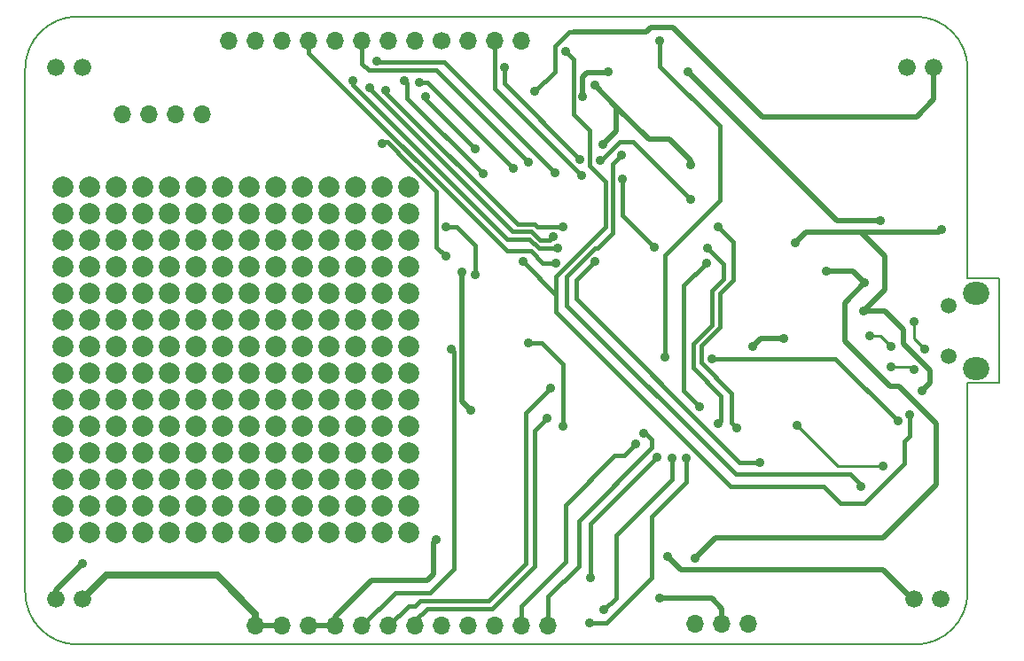
<source format=gbr>
G04 #@! TF.FileFunction,Copper,L2,Bot,Signal*
%FSLAX46Y46*%
G04 Gerber Fmt 4.6, Leading zero omitted, Abs format (unit mm)*
G04 Created by KiCad (PCBNEW 4.0.7) date 09/27/17 05:37:22*
%MOMM*%
%LPD*%
G01*
G04 APERTURE LIST*
%ADD10C,0.100000*%
%ADD11C,0.150000*%
%ADD12O,1.700000X1.700000*%
%ADD13C,1.700000*%
%ADD14C,1.500000*%
%ADD15O,2.500000X2.200000*%
%ADD16C,1.676400*%
%ADD17C,2.000000*%
%ADD18C,0.910000*%
%ADD19C,0.381000*%
%ADD20C,0.508000*%
%ADD21C,0.635000*%
%ADD22C,0.250000*%
G04 APERTURE END LIST*
D10*
D11*
X65000000Y-112500000D02*
X65000000Y-82500000D01*
X155000000Y-77500000D02*
X155000000Y-87500000D01*
X65000000Y-122500000D02*
X65000000Y-112500000D01*
X65000000Y-72500000D02*
X65000000Y-82500000D01*
X158000000Y-102500000D02*
X155000000Y-102500000D01*
X158000000Y-92500000D02*
X158000000Y-102500000D01*
X155000000Y-92500000D02*
X158000000Y-92500000D01*
X150000000Y-67500000D02*
X70000000Y-67500000D01*
X155000000Y-77500000D02*
X155000000Y-72500000D01*
X155000000Y-122500000D02*
X155000000Y-102500000D01*
X70000000Y-127500000D02*
X150000000Y-127500000D01*
X155000000Y-72500000D02*
G75*
G03X150000000Y-67500000I-5000000J0D01*
G01*
X150000000Y-127500000D02*
G75*
G03X155000000Y-122500000I0J5000000D01*
G01*
X65000000Y-122500000D02*
G75*
G03X70000000Y-127500000I5000000J0D01*
G01*
X70000000Y-67500000D02*
G75*
G03X65000000Y-72500000I0J-5000000D01*
G01*
X155000000Y-92500000D02*
X155000000Y-87500000D01*
D12*
X79375000Y-76835000D03*
X81915000Y-76835000D03*
X86995000Y-125730000D03*
X89535000Y-125730000D03*
X74295000Y-76835000D03*
X76835000Y-76835000D03*
X92075000Y-125730000D03*
X94615000Y-125730000D03*
X99695000Y-69850000D03*
X102235000Y-69850000D03*
X97155000Y-69850000D03*
X94615000Y-69850000D03*
X92075000Y-69850000D03*
X89535000Y-69850000D03*
X86995000Y-69850000D03*
X84455000Y-69850000D03*
D13*
X104775000Y-69850000D03*
D12*
X112395000Y-69850000D03*
X109855000Y-69850000D03*
X107315000Y-69850000D03*
X102235000Y-125730000D03*
X99695000Y-125730000D03*
X97155000Y-125730000D03*
X109855000Y-125730000D03*
X107315000Y-125730000D03*
X104775000Y-125730000D03*
X114935000Y-125730000D03*
X112395000Y-125730000D03*
X129000000Y-125500000D03*
X131540000Y-125500000D03*
X134080000Y-125500000D03*
D14*
X153162000Y-99961000D03*
D15*
X155812000Y-101161000D03*
D14*
X153162000Y-95111000D03*
D15*
X155812000Y-93911000D03*
D16*
X67945000Y-72390000D03*
X70485000Y-72390000D03*
X70485000Y-123190000D03*
X67945000Y-123190000D03*
X151765000Y-72390000D03*
X149225000Y-72390000D03*
X149860000Y-123190000D03*
X152400000Y-123190000D03*
D17*
X68580000Y-83820000D03*
X68580000Y-86360000D03*
X68580000Y-88900000D03*
X68580000Y-91440000D03*
X68580000Y-93980000D03*
X68580000Y-96520000D03*
X68580000Y-99060000D03*
X68580000Y-101600000D03*
X68580000Y-104140000D03*
X68580000Y-106680000D03*
X68580000Y-109220000D03*
X68580000Y-111760000D03*
X68580000Y-114300000D03*
X68580000Y-116840000D03*
X71120000Y-83820000D03*
X71120000Y-86360000D03*
X71120000Y-88900000D03*
X71120000Y-91440000D03*
X71120000Y-93980000D03*
X71120000Y-96520000D03*
X71120000Y-99060000D03*
X71120000Y-101600000D03*
X71120000Y-104140000D03*
X71120000Y-106680000D03*
X71120000Y-109220000D03*
X71120000Y-111760000D03*
X71120000Y-114300000D03*
X71120000Y-116840000D03*
X73660000Y-83820000D03*
X73660000Y-86360000D03*
X73660000Y-88900000D03*
X73660000Y-91440000D03*
X73660000Y-93980000D03*
X73660000Y-96520000D03*
X73660000Y-99060000D03*
X73660000Y-101600000D03*
X73660000Y-104140000D03*
X73660000Y-106680000D03*
X73660000Y-109220000D03*
X73660000Y-111760000D03*
X73660000Y-114300000D03*
X73660000Y-116840000D03*
X78740000Y-83820000D03*
X78740000Y-86360000D03*
X78740000Y-88900000D03*
X78740000Y-91440000D03*
X78740000Y-93980000D03*
X78740000Y-96520000D03*
X78740000Y-99060000D03*
X78740000Y-101600000D03*
X78740000Y-104140000D03*
X78740000Y-106680000D03*
X78740000Y-109220000D03*
X78740000Y-111760000D03*
X78740000Y-114300000D03*
X78740000Y-116840000D03*
X96520000Y-83820000D03*
X96520000Y-86360000D03*
X96520000Y-88900000D03*
X96520000Y-91440000D03*
X96520000Y-93980000D03*
X96520000Y-96520000D03*
X96520000Y-99060000D03*
X96520000Y-101600000D03*
X96520000Y-104140000D03*
X96520000Y-106680000D03*
X96520000Y-109220000D03*
X96520000Y-111760000D03*
X96520000Y-114300000D03*
X96520000Y-116840000D03*
X99060000Y-83820000D03*
X99060000Y-86360000D03*
X99060000Y-88900000D03*
X99060000Y-91440000D03*
X99060000Y-93980000D03*
X99060000Y-96520000D03*
X99060000Y-99060000D03*
X99060000Y-101600000D03*
X99060000Y-104140000D03*
X99060000Y-106680000D03*
X99060000Y-109220000D03*
X99060000Y-111760000D03*
X99060000Y-114300000D03*
X99060000Y-116840000D03*
X101600000Y-83820000D03*
X101600000Y-86360000D03*
X101600000Y-88900000D03*
X101600000Y-91440000D03*
X101600000Y-93980000D03*
X101600000Y-96520000D03*
X101600000Y-99060000D03*
X101600000Y-101600000D03*
X101600000Y-104140000D03*
X101600000Y-106680000D03*
X101600000Y-109220000D03*
X101600000Y-111760000D03*
X101600000Y-114300000D03*
X101600000Y-116840000D03*
X88900000Y-83820000D03*
X88900000Y-86360000D03*
X88900000Y-88900000D03*
X88900000Y-91440000D03*
X88900000Y-93980000D03*
X88900000Y-96520000D03*
X88900000Y-99060000D03*
X88900000Y-101600000D03*
X88900000Y-104140000D03*
X88900000Y-106680000D03*
X88900000Y-109220000D03*
X88900000Y-111760000D03*
X88900000Y-114300000D03*
X88900000Y-116840000D03*
X91440000Y-83820000D03*
X91440000Y-86360000D03*
X91440000Y-88900000D03*
X91440000Y-91440000D03*
X91440000Y-93980000D03*
X91440000Y-96520000D03*
X91440000Y-99060000D03*
X91440000Y-101600000D03*
X91440000Y-104140000D03*
X91440000Y-106680000D03*
X91440000Y-109220000D03*
X91440000Y-111760000D03*
X91440000Y-114300000D03*
X91440000Y-116840000D03*
X76200000Y-83820000D03*
X76200000Y-86360000D03*
X76200000Y-88900000D03*
X76200000Y-91440000D03*
X76200000Y-93980000D03*
X76200000Y-96520000D03*
X76200000Y-99060000D03*
X76200000Y-101600000D03*
X76200000Y-104140000D03*
X76200000Y-106680000D03*
X76200000Y-109220000D03*
X76200000Y-111760000D03*
X76200000Y-114300000D03*
X76200000Y-116840000D03*
X93980000Y-83820000D03*
X93980000Y-86360000D03*
X93980000Y-88900000D03*
X93980000Y-91440000D03*
X93980000Y-93980000D03*
X93980000Y-96520000D03*
X93980000Y-99060000D03*
X93980000Y-101600000D03*
X93980000Y-104140000D03*
X93980000Y-106680000D03*
X93980000Y-109220000D03*
X93980000Y-111760000D03*
X93980000Y-114300000D03*
X93980000Y-116840000D03*
X81280000Y-83820000D03*
X81280000Y-86360000D03*
X81280000Y-88900000D03*
X81280000Y-91440000D03*
X81280000Y-93980000D03*
X81280000Y-96520000D03*
X81280000Y-99060000D03*
X81280000Y-101600000D03*
X81280000Y-104140000D03*
X81280000Y-106680000D03*
X81280000Y-109220000D03*
X81280000Y-111760000D03*
X81280000Y-114300000D03*
X81280000Y-116840000D03*
X83820000Y-83820000D03*
X83820000Y-86360000D03*
X83820000Y-88900000D03*
X83820000Y-91440000D03*
X83820000Y-93980000D03*
X83820000Y-96520000D03*
X83820000Y-99060000D03*
X83820000Y-101600000D03*
X83820000Y-104140000D03*
X83820000Y-106680000D03*
X83820000Y-109220000D03*
X83820000Y-111760000D03*
X83820000Y-114300000D03*
X83820000Y-116840000D03*
X86360000Y-83820000D03*
X86360000Y-86360000D03*
X86360000Y-88900000D03*
X86360000Y-91440000D03*
X86360000Y-93980000D03*
X86360000Y-96520000D03*
X86360000Y-99060000D03*
X86360000Y-101600000D03*
X86360000Y-104140000D03*
X86360000Y-106680000D03*
X86360000Y-109220000D03*
X86360000Y-111760000D03*
X86360000Y-114300000D03*
X86360000Y-116840000D03*
D18*
X120650000Y-72771000D03*
X118237000Y-75184000D03*
X134493000Y-99060000D03*
X137414000Y-98298000D03*
X128270000Y-72771000D03*
X146685000Y-86995000D03*
X125603000Y-123063000D03*
X104267000Y-117475000D03*
X120142000Y-79756000D03*
X128524000Y-81661000D03*
X152527000Y-87884000D03*
X138557000Y-89154000D03*
X145034000Y-95631000D03*
X150622000Y-103251000D03*
X119380000Y-74041000D03*
X129000000Y-119250000D03*
X141478000Y-91821000D03*
X145161000Y-92964000D03*
X150876000Y-99314000D03*
X149860000Y-96647000D03*
X149860000Y-101219000D03*
X147701000Y-100965000D03*
X121920000Y-80772000D03*
X144780000Y-112395000D03*
X70485000Y-119761000D03*
X126365000Y-119126000D03*
X126111000Y-100076000D03*
X130556000Y-100203000D03*
X148336000Y-106172000D03*
X125603000Y-69850000D03*
X112522000Y-90932000D03*
X116586000Y-70866000D03*
X149479000Y-105537000D03*
X107569000Y-105156000D03*
X106680000Y-91948000D03*
X116332000Y-106680000D03*
X113030000Y-98679000D03*
X119380000Y-90932000D03*
X135128000Y-110109000D03*
X138684000Y-106553000D03*
X146939000Y-110490000D03*
X113665000Y-74676000D03*
X147701000Y-99060000D03*
X145669000Y-98044000D03*
X123317000Y-108331000D03*
X124079000Y-107315000D03*
X118999000Y-121158000D03*
X125349000Y-109601000D03*
X129413000Y-104775000D03*
X130048000Y-91059000D03*
X130175000Y-89662000D03*
X120269000Y-124206000D03*
X126746000Y-109728000D03*
X131191000Y-106426000D03*
X131191000Y-87630000D03*
X118872000Y-125476000D03*
X128143000Y-109728000D03*
X132969000Y-106807000D03*
X118110000Y-82677000D03*
X122047000Y-83058000D03*
X125095000Y-89535000D03*
X128524000Y-84963000D03*
X119888000Y-81280000D03*
X110744000Y-72390000D03*
X117983000Y-81153000D03*
X108712000Y-82550000D03*
X101219000Y-73660000D03*
X103251000Y-75184000D03*
X107950000Y-80137000D03*
X105156000Y-87630000D03*
X107950000Y-92202000D03*
X105156000Y-90424000D03*
X99060000Y-79629000D03*
X105664000Y-99314000D03*
X102616000Y-73787000D03*
X111633000Y-82042000D03*
X115189000Y-102997000D03*
X114808000Y-105918000D03*
X115697000Y-91059000D03*
X96266000Y-73660000D03*
X115824000Y-89662000D03*
X97917000Y-74295000D03*
X115443000Y-88519000D03*
X116332000Y-87630000D03*
X99441000Y-74549000D03*
X113030000Y-81407000D03*
X115570000Y-82423000D03*
X98552000Y-71755000D03*
D19*
X120650000Y-72771000D02*
X120523000Y-72898000D01*
D20*
X120523000Y-72898000D02*
X118618000Y-72898000D01*
X118618000Y-72898000D02*
X118237000Y-73279000D01*
X118237000Y-73279000D02*
X118237000Y-75184000D01*
X134493000Y-99060000D02*
X135255000Y-98298000D01*
X135255000Y-98298000D02*
X137414000Y-98298000D01*
X128270000Y-72771000D02*
X142494000Y-86995000D01*
X142494000Y-86995000D02*
X146685000Y-86995000D01*
X131540000Y-125500000D02*
X131540000Y-124047000D01*
X131540000Y-124047000D02*
X130556000Y-123063000D01*
X130556000Y-123063000D02*
X125603000Y-123063000D01*
X94615000Y-125730000D02*
X92075000Y-125730000D01*
X94615000Y-124841000D02*
X94615000Y-125730000D01*
X98044000Y-121412000D02*
X94615000Y-124841000D01*
X103378000Y-121412000D02*
X98044000Y-121412000D01*
X104013000Y-120777000D02*
X103378000Y-121412000D01*
X104013000Y-117729000D02*
X104013000Y-120777000D01*
X104267000Y-117475000D02*
X104013000Y-117729000D01*
X121475500Y-78422500D02*
X121475500Y-76136500D01*
X120142000Y-79756000D02*
X121475500Y-78422500D01*
X128524000Y-81661000D02*
X128524000Y-81280000D01*
X128524000Y-81280000D02*
X126492000Y-79248000D01*
X126492000Y-79248000D02*
X124587000Y-79248000D01*
X124587000Y-79248000D02*
X121475500Y-76136500D01*
X121475500Y-76136500D02*
X119380000Y-74041000D01*
X152273000Y-88138000D02*
X152527000Y-87884000D01*
X144780000Y-88138000D02*
X152273000Y-88138000D01*
X138557000Y-89154000D02*
X139573000Y-88138000D01*
X139573000Y-88138000D02*
X144780000Y-88138000D01*
X145034000Y-95631000D02*
X147066000Y-93599000D01*
X147066000Y-93599000D02*
X147066000Y-90424000D01*
X147066000Y-90424000D02*
X144780000Y-88138000D01*
X150622000Y-103251000D02*
X151384000Y-102489000D01*
X151384000Y-102489000D02*
X151384000Y-101346000D01*
X151384000Y-101346000D02*
X148844000Y-98806000D01*
X148844000Y-98806000D02*
X148844000Y-97409000D01*
X148844000Y-97409000D02*
X147066000Y-95631000D01*
X147066000Y-95631000D02*
X145034000Y-95631000D01*
D19*
X120015000Y-74676000D02*
X119380000Y-74041000D01*
D21*
X86995000Y-125730000D02*
X86995000Y-124587000D01*
X72771000Y-120904000D02*
X70485000Y-123190000D01*
X83312000Y-120904000D02*
X72771000Y-120904000D01*
X86995000Y-124587000D02*
X83312000Y-120904000D01*
D20*
X89535000Y-125730000D02*
X86995000Y-125730000D01*
X146939000Y-117348000D02*
X130902000Y-117348000D01*
X130902000Y-117348000D02*
X129000000Y-119250000D01*
X146939000Y-117348000D02*
X152019000Y-112268000D01*
X152019000Y-112268000D02*
X152019000Y-106426000D01*
X152019000Y-106426000D02*
X148463000Y-102870000D01*
X148463000Y-102870000D02*
X147574000Y-102870000D01*
X147574000Y-102870000D02*
X143256000Y-98552000D01*
X143256000Y-98552000D02*
X143256000Y-94869000D01*
X145161000Y-92964000D02*
X143256000Y-94869000D01*
X144018000Y-91821000D02*
X141478000Y-91821000D01*
X145161000Y-92964000D02*
X144018000Y-91821000D01*
D22*
X150876000Y-99314000D02*
X149860000Y-98298000D01*
X149860000Y-98298000D02*
X149860000Y-96647000D01*
X149860000Y-101219000D02*
X149606000Y-100965000D01*
X149606000Y-100965000D02*
X147701000Y-100965000D01*
D19*
X121094500Y-88201500D02*
X121094500Y-81597500D01*
X121094500Y-81597500D02*
X121920000Y-80772000D01*
X116713000Y-92329000D02*
X116713000Y-95123000D01*
X119634000Y-89662000D02*
X121094500Y-88201500D01*
X119380000Y-89662000D02*
X119634000Y-89662000D01*
X116713000Y-92329000D02*
X119380000Y-89662000D01*
X144780000Y-112395000D02*
X144780000Y-112268000D01*
X132842000Y-111252000D02*
X116713000Y-95123000D01*
X143764000Y-111252000D02*
X132842000Y-111252000D01*
X144780000Y-112268000D02*
X143764000Y-111252000D01*
D20*
X146939000Y-120396000D02*
X127635000Y-120396000D01*
X149733000Y-123190000D02*
X146939000Y-120396000D01*
X69850000Y-120396000D02*
X67945000Y-122301000D01*
X67945000Y-122301000D02*
X67945000Y-123190000D01*
X70485000Y-119761000D02*
X69850000Y-120396000D01*
X127635000Y-120396000D02*
X126365000Y-119126000D01*
X149860000Y-123190000D02*
X149733000Y-123190000D01*
D19*
X126111000Y-100076000D02*
X126111000Y-90297000D01*
X125603000Y-72263000D02*
X125603000Y-69850000D01*
X131318000Y-77978000D02*
X125603000Y-72263000D01*
X131318000Y-85090000D02*
X131318000Y-77978000D01*
X126111000Y-90297000D02*
X131318000Y-85090000D01*
X142367000Y-100203000D02*
X130556000Y-100203000D01*
X148336000Y-106172000D02*
X142367000Y-100203000D01*
X118872000Y-81788000D02*
X118872000Y-78359000D01*
X118872000Y-78359000D02*
X117348000Y-76835000D01*
X115697000Y-93980000D02*
X115697000Y-92329000D01*
X120396000Y-87630000D02*
X120396000Y-86360000D01*
X115697000Y-92329000D02*
X120396000Y-87630000D01*
X115697000Y-94107000D02*
X115697000Y-93980000D01*
X115697000Y-93980000D02*
X115697000Y-94488000D01*
X112522000Y-90932000D02*
X115697000Y-94107000D01*
X117348000Y-71628000D02*
X116586000Y-70866000D01*
X120396000Y-86360000D02*
X120396000Y-83312000D01*
X120396000Y-83312000D02*
X118872000Y-81788000D01*
X117348000Y-76835000D02*
X117348000Y-71628000D01*
X144145000Y-114046000D02*
X142875000Y-114046000D01*
X149479000Y-105537000D02*
X149479000Y-107569000D01*
X149479000Y-107569000D02*
X148971000Y-108077000D01*
X148971000Y-108077000D02*
X148971000Y-110236000D01*
X148971000Y-110236000D02*
X145161000Y-114046000D01*
X145161000Y-114046000D02*
X144145000Y-114046000D01*
X142875000Y-114046000D02*
X141224000Y-112395000D01*
X141224000Y-112395000D02*
X132334000Y-112395000D01*
X132334000Y-112395000D02*
X115697000Y-95758000D01*
X115697000Y-95758000D02*
X115697000Y-94488000D01*
D20*
X107569000Y-105156000D02*
X106680000Y-104267000D01*
X106680000Y-104267000D02*
X106680000Y-91948000D01*
D19*
X116332000Y-106680000D02*
X116332000Y-100711000D01*
X114300000Y-98679000D02*
X113030000Y-98679000D01*
X116332000Y-100711000D02*
X114300000Y-98679000D01*
X117602000Y-92710000D02*
X117602000Y-94488000D01*
X119380000Y-90932000D02*
X117602000Y-92710000D01*
X135128000Y-110109000D02*
X133223000Y-110109000D01*
X133223000Y-110109000D02*
X117602000Y-94488000D01*
D22*
X138684000Y-106553000D02*
X142621000Y-110490000D01*
X142621000Y-110490000D02*
X146939000Y-110490000D01*
D19*
X115570000Y-72771000D02*
X113665000Y-74676000D01*
X115570000Y-70739000D02*
X115570000Y-72771000D01*
X115570000Y-70358000D02*
X115570000Y-70739000D01*
X117348000Y-68961000D02*
X116967000Y-68961000D01*
X116967000Y-68961000D02*
X115570000Y-70358000D01*
D20*
X117348000Y-68961000D02*
X124333000Y-68961000D01*
X124333000Y-68961000D02*
X124714000Y-68580000D01*
X124714000Y-68580000D02*
X126873000Y-68580000D01*
X126873000Y-68580000D02*
X135382000Y-77089000D01*
X135382000Y-77089000D02*
X150114000Y-77089000D01*
X150114000Y-77089000D02*
X151765000Y-75438000D01*
X151765000Y-75438000D02*
X151765000Y-72390000D01*
D22*
X147701000Y-99060000D02*
X146685000Y-98044000D01*
X146685000Y-98044000D02*
X145669000Y-98044000D01*
D19*
X122174000Y-109474000D02*
X121285000Y-109474000D01*
X123317000Y-108331000D02*
X122174000Y-109474000D01*
X116586000Y-119634000D02*
X115570000Y-120650000D01*
X112395000Y-123825000D02*
X112395000Y-125730000D01*
X115570000Y-120650000D02*
X112395000Y-123825000D01*
X121285000Y-109474000D02*
X116586000Y-114173000D01*
X116586000Y-114173000D02*
X116586000Y-119634000D01*
X124079000Y-107315000D02*
X124206000Y-107315000D01*
X114935000Y-122936000D02*
X114935000Y-125730000D01*
X117856000Y-120015000D02*
X114935000Y-122936000D01*
X117856000Y-115697000D02*
X117856000Y-120015000D01*
X124841000Y-108712000D02*
X117856000Y-115697000D01*
X124841000Y-107950000D02*
X124841000Y-108712000D01*
X124206000Y-107315000D02*
X124841000Y-107950000D01*
X118999000Y-115951000D02*
X118999000Y-121158000D01*
X125349000Y-109601000D02*
X118999000Y-115951000D01*
X127889000Y-103251000D02*
X129413000Y-104775000D01*
X127889000Y-93218000D02*
X127889000Y-103251000D01*
X130048000Y-91059000D02*
X127889000Y-93218000D01*
X131699000Y-92583000D02*
X130556000Y-93726000D01*
X131699000Y-91186000D02*
X131699000Y-92583000D01*
X130175000Y-89662000D02*
X131699000Y-91186000D01*
X126746000Y-109728000D02*
X126746000Y-111760000D01*
X121412000Y-123063000D02*
X120269000Y-124206000D01*
X121412000Y-117094000D02*
X121412000Y-123063000D01*
X126746000Y-111760000D02*
X121412000Y-117094000D01*
X131445000Y-106172000D02*
X131191000Y-106426000D01*
X130556000Y-93726000D02*
X130556000Y-97028000D01*
X130556000Y-97028000D02*
X128778000Y-98806000D01*
X128778000Y-98806000D02*
X128778000Y-101092000D01*
X128778000Y-101092000D02*
X131445000Y-103759000D01*
X131445000Y-103759000D02*
X131445000Y-106172000D01*
X132588000Y-92710000D02*
X131318000Y-93980000D01*
X132588000Y-89027000D02*
X132588000Y-92710000D01*
X131191000Y-87630000D02*
X132588000Y-89027000D01*
X118872000Y-125476000D02*
X120523000Y-125476000D01*
X128143000Y-112014000D02*
X128143000Y-109728000D01*
X124841000Y-115316000D02*
X128143000Y-112014000D01*
X124841000Y-121158000D02*
X124841000Y-115316000D01*
X120523000Y-125476000D02*
X124841000Y-121158000D01*
X132461000Y-105791000D02*
X132461000Y-106299000D01*
X131318000Y-93980000D02*
X131318000Y-97155000D01*
X131318000Y-97155000D02*
X129540000Y-98933000D01*
X129540000Y-98933000D02*
X129540000Y-100584000D01*
X129540000Y-100584000D02*
X132461000Y-103505000D01*
X132461000Y-103505000D02*
X132461000Y-105791000D01*
X132461000Y-106299000D02*
X132969000Y-106807000D01*
X109855000Y-74422000D02*
X109855000Y-69850000D01*
X118110000Y-82677000D02*
X109855000Y-74422000D01*
X122047000Y-86487000D02*
X122047000Y-83058000D01*
X125095000Y-89535000D02*
X122047000Y-86487000D01*
X128524000Y-84963000D02*
X123063000Y-79502000D01*
X123063000Y-79502000D02*
X121793000Y-79502000D01*
X121793000Y-79502000D02*
X120015000Y-81280000D01*
X120015000Y-81280000D02*
X119888000Y-81280000D01*
X110744000Y-73914000D02*
X110744000Y-72390000D01*
X117983000Y-81153000D02*
X110744000Y-73914000D01*
X101473000Y-74041000D02*
X101473000Y-73914000D01*
X108712000Y-82550000D02*
X101473000Y-75311000D01*
X101473000Y-75311000D02*
X101473000Y-74041000D01*
X101473000Y-73914000D02*
X101219000Y-73660000D01*
X103251000Y-75438000D02*
X103251000Y-75184000D01*
X107950000Y-80137000D02*
X103251000Y-75438000D01*
X106172000Y-87630000D02*
X105156000Y-87630000D01*
X107950000Y-89408000D02*
X106172000Y-87630000D01*
X107950000Y-92202000D02*
X107950000Y-89408000D01*
X101727000Y-81661000D02*
X99568000Y-79502000D01*
X105156000Y-90424000D02*
X104267000Y-89535000D01*
X104267000Y-89535000D02*
X104267000Y-84201000D01*
X104267000Y-84201000D02*
X101727000Y-81661000D01*
X99187000Y-79502000D02*
X99060000Y-79629000D01*
X99568000Y-79502000D02*
X99187000Y-79502000D01*
X100330000Y-122555000D02*
X97155000Y-125730000D01*
X103632000Y-122555000D02*
X100330000Y-122555000D01*
X105918000Y-120269000D02*
X103632000Y-122555000D01*
X105918000Y-99568000D02*
X105918000Y-120269000D01*
X105664000Y-99314000D02*
X105918000Y-99568000D01*
X103378000Y-73787000D02*
X102616000Y-73787000D01*
X111633000Y-82042000D02*
X103378000Y-73787000D01*
X101600000Y-123825000D02*
X99695000Y-125730000D01*
X102235000Y-123825000D02*
X101600000Y-123825000D01*
X102743000Y-123317000D02*
X102235000Y-123825000D01*
X109220000Y-123317000D02*
X102743000Y-123317000D01*
X112776000Y-119761000D02*
X109220000Y-123317000D01*
X112776000Y-105410000D02*
X112776000Y-119761000D01*
X115189000Y-102997000D02*
X112776000Y-105410000D01*
X103378000Y-124079000D02*
X102235000Y-125222000D01*
X109601000Y-124079000D02*
X103378000Y-124079000D01*
X113665000Y-120015000D02*
X109601000Y-124079000D01*
X113665000Y-107061000D02*
X113665000Y-120015000D01*
X114808000Y-105918000D02*
X113665000Y-107061000D01*
X102235000Y-125222000D02*
X102235000Y-125730000D01*
X113284000Y-89916000D02*
X112903000Y-89916000D01*
X114427000Y-91059000D02*
X113284000Y-89916000D01*
X115697000Y-91059000D02*
X114427000Y-91059000D01*
X92075000Y-70993000D02*
X92075000Y-69850000D01*
X110998000Y-89916000D02*
X92075000Y-70993000D01*
X112903000Y-89916000D02*
X110998000Y-89916000D01*
X112903000Y-88773000D02*
X110998000Y-88773000D01*
X110998000Y-88773000D02*
X96266000Y-74041000D01*
X96266000Y-74041000D02*
X96266000Y-73660000D01*
X113157000Y-88773000D02*
X112903000Y-88773000D01*
X114046000Y-89662000D02*
X113157000Y-88773000D01*
X115824000Y-89662000D02*
X114046000Y-89662000D01*
X111506000Y-88011000D02*
X97917000Y-74422000D01*
X97917000Y-74422000D02*
X97917000Y-74295000D01*
X113284000Y-88011000D02*
X111506000Y-88011000D01*
X114173000Y-88900000D02*
X113284000Y-88011000D01*
X115062000Y-88900000D02*
X114173000Y-88900000D01*
X115443000Y-88519000D02*
X115062000Y-88900000D01*
X114681000Y-87630000D02*
X113919000Y-87630000D01*
X116332000Y-87630000D02*
X114808000Y-87630000D01*
X114808000Y-87630000D02*
X114681000Y-87630000D01*
X99441000Y-74803000D02*
X99441000Y-74549000D01*
X112014000Y-87376000D02*
X99441000Y-74803000D01*
X113665000Y-87376000D02*
X112014000Y-87376000D01*
X113919000Y-87630000D02*
X113665000Y-87376000D01*
X100584000Y-72644000D02*
X97790000Y-72644000D01*
X97155000Y-72009000D02*
X97155000Y-69850000D01*
X97790000Y-72644000D02*
X97155000Y-72009000D01*
X104267000Y-72644000D02*
X100584000Y-72644000D01*
X113030000Y-81407000D02*
X104267000Y-72644000D01*
X101219000Y-71882000D02*
X98679000Y-71882000D01*
X115570000Y-82423000D02*
X105029000Y-71882000D01*
X105029000Y-71882000D02*
X101219000Y-71882000D01*
X98679000Y-71882000D02*
X98552000Y-71755000D01*
M02*

</source>
